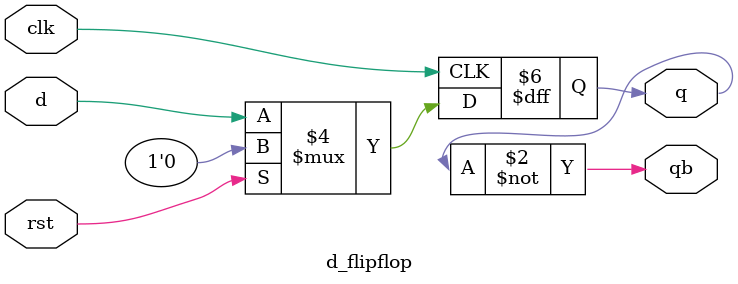
<source format=v>
module d_flipflop(d,clk,rst,q,qb);
	input d,clk,rst;
  	output reg q;
  	output qb;
  
  	always@(posedge clk)
    	begin
     		if(rst)
        		q <= 1'b0;
      		else
        		q <= d;
    	end
  	assign qb = ~q;
endmodule
</source>
